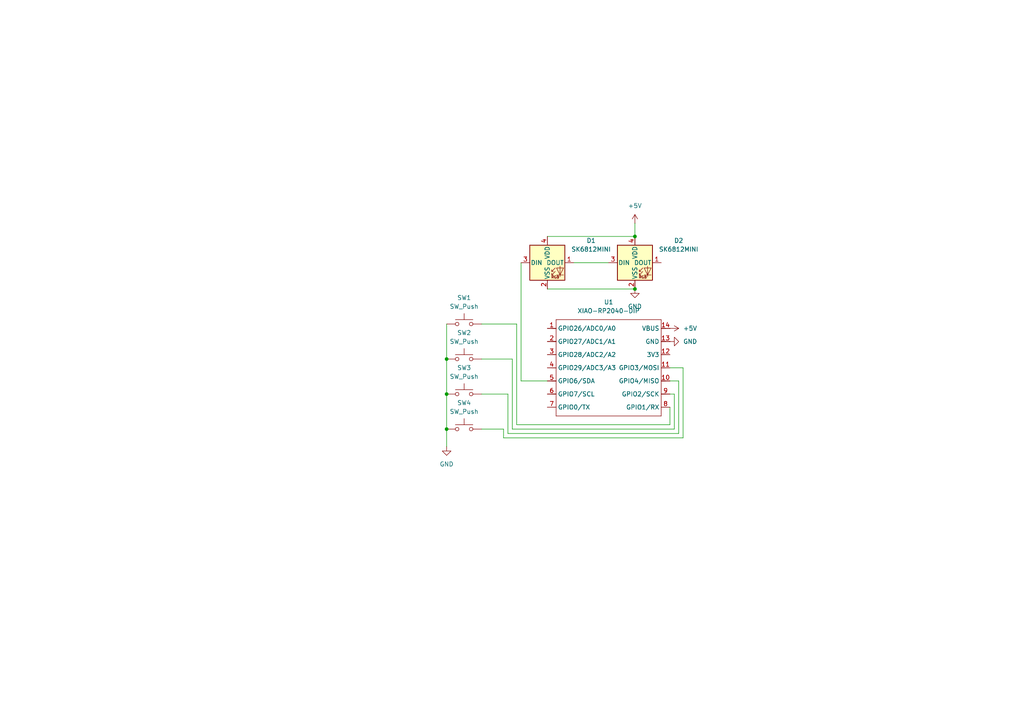
<source format=kicad_sch>
(kicad_sch (version 20250114) (generator "eeschema") (generator_version "9.0")
  (paper "A4")
  (lib_symbols
    (symbol "LED:SK6812MINI" (pin_names (offset 0.254))
      (property "Reference" "D" (at 5.08 5.715 0))
      (property "Value" "SK6812MINI" (at 1.27 -5.715 0))
      (symbol "SK6812MINI_0_0"
        (text "RGB" (at 2.286 -4.191 0) (effects (font (size 0.762 0.762))))
      )
      (symbol "SK6812MINI_0_1"
        (polyline (pts (xy 1.27 -2.54) (xy 1.778 -2.54)))
        (polyline (pts (xy 1.27 -3.556) (xy 1.778 -3.556)))
        (polyline (pts (xy 2.286 -1.524) (xy 1.27 -2.54) (xy 1.27 -2.032)))
        (polyline (pts (xy 2.286 -2.54) (xy 1.27 -3.556) (xy 1.27 -3.048)))
        (polyline (pts (xy 3.683 -1.016) (xy 3.683 -3.556) (xy 3.683 -4.064)))
        (polyline (pts (xy 4.699 -1.524) (xy 2.667 -1.524) (xy 3.683 -3.556) (xy 4.699 -1.524)))
        (polyline (pts (xy 4.699 -3.556) (xy 2.667 -3.556)))
        (rectangle (start 5.08 5.08) (end -5.08 -5.08) (stroke (width 0.254)) (fill (type background)))
      )
      (symbol "SK6812MINI_1_1"
        (pin input line (at -7.62 0 0) (length 2.54) (name "DIN") (number "3"))
        (pin power_in line (at 0 7.62 270) (length 2.54) (name "VDD") (number "4"))
        (pin power_in line (at 0 -7.62 90) (length 2.54) (name "VSS") (number "2"))
        (pin output line (at 7.62 0 180) (length 2.54) (name "DOUT") (number "1"))
      )
    )
    (symbol "OPL:XIAO-RP2040-DIP"
      (property "Reference" "U" (at 0 0 0))
      (property "Value" "XIAO-RP2040-DIP" (at 5.334 -1.778 0))
      (symbol "XIAO-RP2040-DIP_1_0"
        (polyline (pts (xy -1.27 -2.54) (xy 29.21 -2.54)) (stroke (width 0.1524)))
        (polyline (pts (xy -1.27 -5.08) (xy -2.54 -5.08)) (stroke (width 0.1524)))
        (polyline (pts (xy -1.27 -5.08) (xy -1.27 -2.54)) (stroke (width 0.1524)))
        (polyline (pts (xy -1.27 -8.89) (xy -2.54 -8.89)) (stroke (width 0.1524)))
        (polyline (pts (xy -1.27 -8.89) (xy -1.27 -5.08)) (stroke (width 0.1524)))
        (polyline (pts (xy -1.27 -12.7) (xy -2.54 -12.7)) (stroke (width 0.1524)))
        (polyline (pts (xy -1.27 -12.7) (xy -1.27 -8.89)) (stroke (width 0.1524)))
        (polyline (pts (xy -1.27 -16.51) (xy -2.54 -16.51)) (stroke (width 0.1524)))
        (polyline (pts (xy -1.27 -16.51) (xy -1.27 -12.7)) (stroke (width 0.1524)))
        (polyline (pts (xy -1.27 -20.32) (xy -2.54 -20.32)) (stroke (width 0.1524)))
        (polyline (pts (xy -1.27 -24.13) (xy -2.54 -24.13)) (stroke (width 0.1524)))
        (polyline (pts (xy -1.27 -27.94) (xy -2.54 -27.94)) (stroke (width 0.1524)))
        (polyline (pts (xy -1.27 -30.48) (xy -1.27 -16.51)) (stroke (width 0.1524)))
        (polyline (pts (xy 29.21 -2.54) (xy 29.21 -5.08)) (stroke (width 0.1524)))
        (polyline (pts (xy 29.21 -5.08) (xy 29.21 -8.89)) (stroke (width 0.1524)))
        (polyline (pts (xy 29.21 -8.89) (xy 29.21 -12.7)) (stroke (width 0.1524)))
        (polyline (pts (xy 29.21 -12.7) (xy 29.21 -30.48)) (stroke (width 0.1524)))
        (polyline (pts (xy 29.21 -30.48) (xy -1.27 -30.48)) (stroke (width 0.1524)))
        (polyline (pts (xy 30.48 -5.08) (xy 29.21 -5.08)) (stroke (width 0.1524)))
        (polyline (pts (xy 30.48 -8.89) (xy 29.21 -8.89)) (stroke (width 0.1524)))
        (polyline (pts (xy 30.48 -12.7) (xy 29.21 -12.7)) (stroke (width 0.1524)))
        (polyline (pts (xy 30.48 -16.51) (xy 29.21 -16.51)) (stroke (width 0.1524)))
        (polyline (pts (xy 30.48 -20.32) (xy 29.21 -20.32)) (stroke (width 0.1524)))
        (polyline (pts (xy 30.48 -24.13) (xy 29.21 -24.13)) (stroke (width 0.1524)))
        (polyline (pts (xy 30.48 -27.94) (xy 29.21 -27.94)) (stroke (width 0.1524)))
        (pin passive line (at -3.81 -5.08 0) (length 2.54) (name "GPIO26/ADC0/A0") (number "1"))
        (pin passive line (at -3.81 -8.89 0) (length 2.54) (name "GPIO27/ADC1/A1") (number "2"))
        (pin passive line (at -3.81 -12.7 0) (length 2.54) (name "GPIO28/ADC2/A2") (number "3"))
        (pin passive line (at -3.81 -16.51 0) (length 2.54) (name "GPIO29/ADC3/A3") (number "4"))
        (pin passive line (at -3.81 -20.32 0) (length 2.54) (name "GPIO6/SDA") (number "5"))
        (pin passive line (at -3.81 -24.13 0) (length 2.54) (name "GPIO7/SCL") (number "6"))
        (pin passive line (at -3.81 -27.94 0) (length 2.54) (name "GPIO0/TX") (number "7"))
        (pin passive line (at 31.75 -5.08 180) (length 2.54) (name "VBUS") (number "14"))
        (pin passive line (at 31.75 -8.89 180) (length 2.54) (name "GND") (number "13"))
        (pin passive line (at 31.75 -12.7 180) (length 2.54) (name "3V3") (number "12"))
        (pin passive line (at 31.75 -16.51 180) (length 2.54) (name "GPIO3/MOSI") (number "11"))
        (pin passive line (at 31.75 -20.32 180) (length 2.54) (name "GPIO4/MISO") (number "10"))
        (pin passive line (at 31.75 -24.13 180) (length 2.54) (name "GPIO2/SCK") (number "9"))
        (pin passive line (at 31.75 -27.94 180) (length 2.54) (name "GPIO1/RX") (number "8"))
      )
    )
    (symbol "Switch:SW_Push" (pin_numbers (hide yes)) (pin_names (offset 1.016) (hide yes))
      (property "Reference" "SW" (at 1.27 2.54 0))
      (property "Value" "SW_Push" (at 0 -1.524 0))
      (symbol "SW_Push_0_1"
        (circle (center -2.032 0) (radius 0.508))
        (polyline (pts (xy 0 1.27) (xy 0 3.048)))
        (circle (center 2.032 0) (radius 0.508))
        (polyline (pts (xy 2.54 1.27) (xy -2.54 1.27)))
        (pin passive line (at -5.08 0 0) (length 2.54) (name "1") (number "1"))
        (pin passive line (at 5.08 0 180) (length 2.54) (name "2") (number "2"))
      )
    )
    (symbol "power:+5V" (power) (pin_numbers (hide yes)) (pin_names (offset 0) (hide yes))
      (property "Value" "+5V" (at 0 3.556 0))
      (symbol "+5V_0_1"
        (polyline (pts (xy -0.762 1.27) (xy 0 2.54)))
        (polyline (pts (xy 0 2.54) (xy 0.762 1.27)))
        (polyline (pts (xy 0 0) (xy 0 2.54)))
      )
      (symbol "+5V_1_1"
        (pin power_in line (at 0 0 90) (length 0) (name "~") (number "1"))
      )
    )
    (symbol "power:GND" (power) (pin_numbers (hide yes)) (pin_names (offset 0) (hide yes))
      (property "Value" "GND" (at 0 -3.81 0))
      (symbol "GND_0_1"
        (polyline (pts (xy 0 0) (xy 0 -1.27) (xy 1.27 -1.27) (xy 0 -2.54) (xy -1.27 -1.27) (xy 0 -1.27)))
      )
      (symbol "GND_1_1"
        (pin power_in line (at 0 0 270) (length 0) (name "~") (number "1"))
      )
    )
  )
  (junction (at 184.15 68.58))
  (junction (at 184.15 83.82))
  (junction (at 129.54 124.46))
  (junction (at 129.54 104.14))
  (junction (at 129.54 114.3))
  (wire (pts (xy 129.54 93.98) (xy 129.54 104.14)))
  (wire (pts (xy 147.32 114.3) (xy 147.32 125.73)))
  (wire (pts (xy 146.05 124.46) (xy 146.05 127)))
  (wire (pts (xy 139.7 124.46) (xy 146.05 124.46)))
  (wire (pts (xy 146.05 127) (xy 198.12 127)))
  (wire (pts (xy 151.13 110.49) (xy 158.75 110.49)))
  (wire (pts (xy 149.86 123.19) (xy 194.31 123.19)))
  (wire (pts (xy 151.13 76.2) (xy 151.13 110.49)))
  (wire (pts (xy 129.54 124.46) (xy 129.54 129.54)))
  (wire (pts (xy 129.54 114.3) (xy 129.54 124.46)))
  (wire (pts (xy 196.85 110.49) (xy 194.31 110.49)))
  (wire (pts (xy 148.59 124.46) (xy 195.58 124.46)))
  (wire (pts (xy 139.7 93.98) (xy 149.86 93.98)))
  (wire (pts (xy 198.12 127) (xy 198.12 106.68)))
  (wire (pts (xy 184.15 64.77) (xy 184.15 68.58)))
  (wire (pts (xy 194.31 114.3) (xy 195.58 114.3)))
  (wire (pts (xy 139.7 114.3) (xy 147.32 114.3)))
  (wire (pts (xy 158.75 83.82) (xy 184.15 83.82)))
  (wire (pts (xy 198.12 106.68) (xy 194.31 106.68)))
  (wire (pts (xy 158.75 68.58) (xy 184.15 68.58)))
  (wire (pts (xy 139.7 104.14) (xy 148.59 104.14)))
  (wire (pts (xy 194.31 123.19) (xy 194.31 118.11)))
  (wire (pts (xy 147.32 125.73) (xy 196.85 125.73)))
  (wire (pts (xy 129.54 104.14) (xy 129.54 114.3)))
  (wire (pts (xy 195.58 124.46) (xy 195.58 114.3)))
  (wire (pts (xy 148.59 104.14) (xy 148.59 124.46)))
  (wire (pts (xy 149.86 93.98) (xy 149.86 123.19)))
  (wire (pts (xy 166.37 76.2) (xy 176.53 76.2)))
  (wire (pts (xy 196.85 125.73) (xy 196.85 110.49)))
  (symbol (lib_id "Switch:SW_Push") (at 134.62 114.3 0) (unit 1)
    (property "Reference" "SW3" (at 134.62 106.68 0))
    (property "Value" "SW_Push" (at 134.62 109.22 0))
    (property "Footprint" "Button_Switch_Keyboard:SW_Cherry_MX_1.00u_PCB" (effects (hide yes)))
    (property "Description" "Push button switch, generic, two pins" (effects (hide yes)))
  )
  (symbol (lib_id "power:+5V") (at 194.31 95.25 270) (unit 1)
    (property "Reference" "#PWR04" (effects (hide yes)))
    (property "Value" "+5V" (at 198.12 95.2499 90) (effects (justify left)))
    (property "Description" "Power symbol creates a global label with name \"+5V\"" (effects (hide yes)))
  )
  (symbol (lib_id "Switch:SW_Push") (at 134.62 93.98 0) (unit 1)
    (property "Reference" "SW1" (at 134.62 86.36 0))
    (property "Value" "SW_Push" (at 134.62 88.9 0))
    (property "Footprint" "Button_Switch_Keyboard:SW_Cherry_MX_1.00u_PCB" (effects (hide yes)))
    (property "Description" "Push button switch, generic, two pins" (effects (hide yes)))
  )
  (symbol (lib_id "LED:SK6812MINI") (at 184.15 76.2 0) (unit 1)
    (property "Reference" "D2" (at 196.85 69.7798 0))
    (property "Value" "SK6812MINI" (at 196.85 72.3198 0))
    (property "Footprint" "LED_SMD:LED_SK6812MINI_PLCC4_3.5x3.5mm_P1.75mm" (effects (hide yes)))
    (property "Datasheet" "https://cdn-shop.adafruit.com/product-files/2686/SK6812MINI_REV.01-1-2.pdf" (effects (hide yes)))
    (property "Description" "RGB LED with integrated controller" (effects (hide yes)))
  )
  (symbol (lib_id "power:GND") (at 184.15 83.82 0) (unit 1)
    (property "Reference" "#PWR01" (effects (hide yes)))
    (property "Value" "GND" (at 184.15 88.9 0))
    (property "Description" "Power symbol creates a global label with name \"GND\" , ground" (effects (hide yes)))
  )
  (symbol (lib_id "power:GND") (at 194.31 99.06 90) (unit 1)
    (property "Reference" "#PWR05" (effects (hide yes)))
    (property "Value" "GND" (at 198.12 99.0599 90) (effects (justify right)))
    (property "Description" "Power symbol creates a global label with name \"GND\" , ground" (effects (hide yes)))
  )
  (symbol (lib_id "power:GND") (at 129.54 129.54 0) (unit 1)
    (property "Reference" "#PWR03" (effects (hide yes)))
    (property "Value" "GND" (at 129.54 134.62 0))
    (property "Description" "Power symbol creates a global label with name \"GND\" , ground" (effects (hide yes)))
  )
  (symbol (lib_id "LED:SK6812MINI") (at 158.75 76.2 0) (unit 1)
    (property "Reference" "D1" (at 171.45 69.7798 0))
    (property "Value" "SK6812MINI" (at 171.45 72.3198 0))
    (property "Footprint" "LED_SMD:LED_SK6812MINI_PLCC4_3.5x3.5mm_P1.75mm" (effects (hide yes)))
    (property "Datasheet" "https://cdn-shop.adafruit.com/product-files/2686/SK6812MINI_REV.01-1-2.pdf" (effects (hide yes)))
    (property "Description" "RGB LED with integrated controller" (effects (hide yes)))
  )
  (symbol (lib_id "OPL:XIAO-RP2040-DIP") (at 162.56 90.17 0) (unit 1)
    (property "Reference" "U1" (at 176.53 87.63 0))
    (property "Value" "XIAO-RP2040-DIP" (at 176.53 90.17 0))
    (property "Footprint" "OPL:XIAO-RP2040-SMD" (effects (hide yes)))
  )
  (symbol (lib_id "Switch:SW_Push") (at 134.62 104.14 0) (unit 1)
    (property "Reference" "SW2" (at 134.62 96.52 0))
    (property "Value" "SW_Push" (at 134.62 99.06 0))
    (property "Footprint" "Button_Switch_Keyboard:SW_Cherry_MX_1.00u_PCB" (effects (hide yes)))
    (property "Description" "Push button switch, generic, two pins" (effects (hide yes)))
  )
  (symbol (lib_id "power:+5V") (at 184.15 64.77 0) (unit 1)
    (property "Reference" "#PWR02" (effects (hide yes)))
    (property "Value" "+5V" (at 184.15 59.69 0))
    (property "Description" "Power symbol creates a global label with name \"+5V\"" (effects (hide yes)))
  )
  (symbol (lib_id "Switch:SW_Push") (at 134.62 124.46 0) (unit 1)
    (property "Reference" "SW4" (at 134.62 116.84 0))
    (property "Value" "SW_Push" (at 134.62 119.38 0))
    (property "Footprint" "Button_Switch_Keyboard:SW_Cherry_MX_1.00u_PCB" (effects (hide yes)))
    (property "Description" "Push button switch, generic, two pins" (effects (hide yes)))
  )
)
</source>
